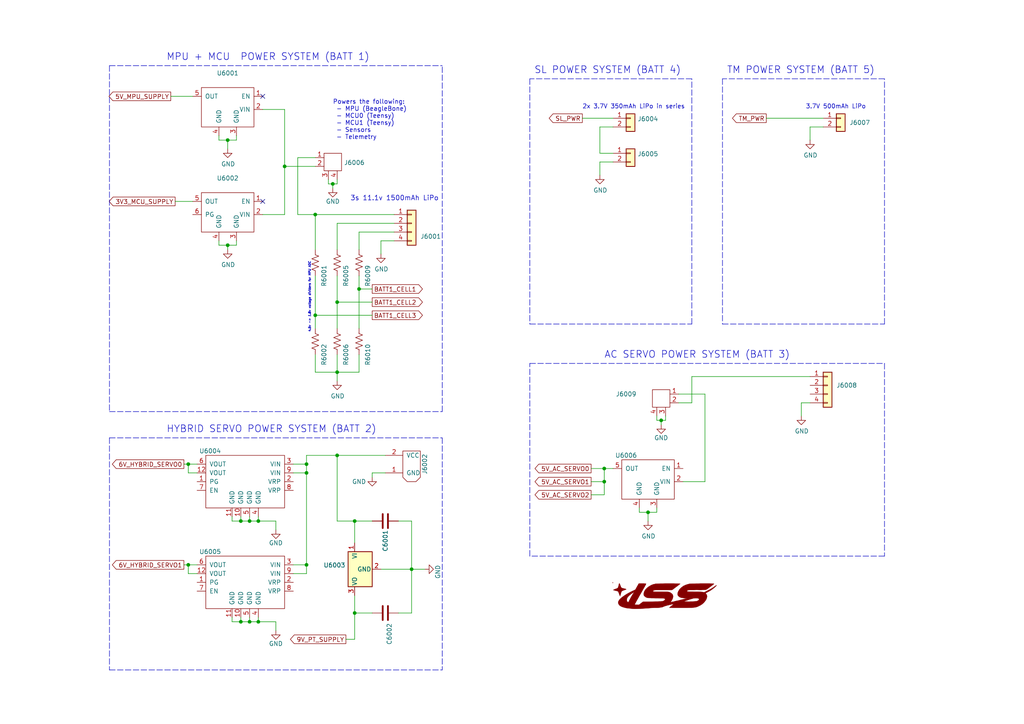
<source format=kicad_sch>
(kicad_sch (version 20211123) (generator eeschema)
  (paper "A4")
  (title_block (title "TARS-MK1") (company "ILLINOIS SPACE SOCIETY"))
  (lib_symbols
    (symbol "505575-0271:505575-0271" (pin_names (offset 1.016))
      (property "Reference" "J" (at 0 3.81 0))
      (property "Value" "505575-0271" (at 0 1.27 0))
      (symbol "505575-0271_0_1"
        (rectangle (start -2.54 0) (end 2.54 -5.08))
      )
      (symbol "505575-0271_1_1"
        (pin input line (at -5.08 -1.27 0) (length 2.54) (name "~") (number "1"))
        (pin input line (at -5.08 -3.81 0) (length 2.54) (name "~") (number "2"))
        (pin input line (at -1.27 -7.62 90) (length 2.54) (name "~") (number "3"))
        (pin input line (at 1.27 -7.62 90) (length 2.54) (name "~") (number "4"))
      )
    )
    (symbol "Connector_Generic:Conn_01x02" (pin_names (offset 1.016) hide)
      (property "Reference" "J" (at 0 2.54 0))
      (property "Value" "Conn_01x02" (at 0 -5.08 0))
      (symbol "Conn_01x02_1_1"
        (rectangle (start -1.27 -2.413) (end 0 -2.667) (stroke (width 0.1524)))
        (rectangle (start -1.27 0.127) (end 0 -0.127) (stroke (width 0.1524)))
        (rectangle (start -1.27 1.27) (end 1.27 -3.81) (stroke (width 0.254)) (fill (type background)))
        (pin passive line (at -5.08 0 0) (length 3.81) (name "Pin_1") (number "1"))
        (pin passive line (at -5.08 -2.54 0) (length 3.81) (name "Pin_2") (number "2"))
      )
    )
    (symbol "Connector_Generic:Conn_01x04" (pin_names (offset 1.016) hide)
      (property "Reference" "J" (at 0 5.08 0))
      (property "Value" "Conn_01x04" (at 0 -7.62 0))
      (symbol "Conn_01x04_1_1"
        (rectangle (start -1.27 -4.953) (end 0 -5.207) (stroke (width 0.1524)))
        (rectangle (start -1.27 -2.413) (end 0 -2.667) (stroke (width 0.1524)))
        (rectangle (start -1.27 0.127) (end 0 -0.127) (stroke (width 0.1524)))
        (rectangle (start -1.27 2.667) (end 0 2.413) (stroke (width 0.1524)))
        (rectangle (start -1.27 3.81) (end 1.27 -6.35) (stroke (width 0.254)) (fill (type background)))
        (pin passive line (at -5.08 2.54 0) (length 3.81) (name "Pin_1") (number "1"))
        (pin passive line (at -5.08 0 0) (length 3.81) (name "Pin_2") (number "2"))
        (pin passive line (at -5.08 -2.54 0) (length 3.81) (name "Pin_3") (number "3"))
        (pin passive line (at -5.08 -5.08 0) (length 3.81) (name "Pin_4") (number "4"))
      )
    )
    (symbol "D24V50F5:C" (pin_numbers hide) (pin_names (offset 0.254))
      (property "Reference" "C" (at 0.635 2.54 0))
      (property "Value" "C" (at 0.635 -2.54 0))
      (symbol "C_0_1"
        (polyline (pts (xy -2.032 -0.762) (xy 2.032 -0.762)) (stroke (width 0.508)))
        (polyline (pts (xy -2.032 0.762) (xy 2.032 0.762)) (stroke (width 0.508)))
      )
      (symbol "C_1_1"
        (pin passive line (at 0 3.81 270) (length 2.794) (name "~") (number "1"))
        (pin passive line (at 0 -3.81 90) (length 2.794) (name "~") (number "2"))
      )
    )
    (symbol "D24V50F5:D24V50F5" (pin_names (offset 1.016))
      (property "Reference" "U" (at 0 2.54 0))
      (property "Value" "D24V50F5" (at 0 0 0))
      (property "Footprint" "D24V50F5:D24V50F5" (at 0 6.35 0))
      (symbol "D24V50F5_0_1"
        (rectangle (start -7.62 -1.27) (end 7.62 -12.7))
      )
      (symbol "D24V50F5_1_1"
        (pin input line (at -10.16 -3.81 0) (length 2.54) (name "EN") (number "1"))
        (pin input line (at -10.16 -7.62 0) (length 2.54) (name "VIN") (number "2"))
        (pin input line (at -2.54 -15.24 90) (length 2.54) (name "GND") (number "3"))
        (pin input line (at 2.54 -15.24 90) (length 2.54) (name "GND") (number "4"))
        (pin input line (at 10.16 -3.81 180) (length 2.54) (name "OUT") (number "5"))
      )
    )
    (symbol "D24V50F5:R_US" (pin_numbers hide) (pin_names (offset 0))
      (property "Reference" "R" (at 2.54 0 90))
      (property "Value" "R_US" (at -2.54 0 90))
      (symbol "R_US_0_1"
        (polyline (pts (xy 0 -2.286) (xy 0 -2.54)))
        (polyline (pts (xy 0 2.286) (xy 0 2.54)))
        (polyline (pts (xy 0 -0.762) (xy 1.016 -1.143) (xy 0 -1.524) (xy -1.016 -1.905) (xy 0 -2.286)))
        (polyline (pts (xy 0 0.762) (xy 1.016 0.381) (xy 0 0) (xy -1.016 -0.381) (xy 0 -0.762)))
        (polyline (pts (xy 0 2.286) (xy 1.016 1.905) (xy 0 1.524) (xy -1.016 1.143) (xy 0 0.762)))
      )
      (symbol "R_US_1_1"
        (pin passive line (at 0 3.81 270) (length 1.27) (name "~") (number "1"))
        (pin passive line (at 0 -3.81 90) (length 1.27) (name "~") (number "2"))
      )
    )
    (symbol "D36V28F3:D36V28F3" (pin_names (offset 1.016))
      (property "Reference" "U" (at -6.35 1.27 0))
      (property "Value" "D36V28F3" (at 2.54 1.27 0))
      (symbol "D36V28F3_1_1"
        (rectangle (start -7.62 0) (end 7.62 -11.43))
        (pin input line (at -10.16 -2.54 0) (length 2.54) (name "EN") (number "1"))
        (pin input line (at -10.16 -6.35 0) (length 2.54) (name "VIN") (number "2"))
        (pin input line (at -2.54 -13.97 90) (length 2.54) (name "GND") (number "3"))
        (pin input line (at 2.54 -13.97 90) (length 2.54) (name "GND") (number "4"))
        (pin output line (at 10.16 -2.54 180) (length 2.54) (name "OUT") (number "5"))
        (pin output line (at 10.16 -6.35 180) (length 2.54) (name "PG") (number "6"))
      )
    )
    (symbol "ISS_LOGO:LOGO" (pin_names (offset 1.016))
      (symbol "LOGO_0_0"
        (polyline (pts (xy -15.2654 3.6322) (xy -15.2654 3.8354) (xy -15.2908 3.8608) (xy -15.3162 3.7338) (xy -15.3162 3.6068) (xy -15.2654 3.6322)) (stroke (width 0.0254)) (fill (type outline)))
        (polyline (pts (xy -13.081 0.2032) (xy -12.954 0.6096) (xy -12.8778 0.9144) (xy -12.7762 1.1176) (xy -12.6746 1.27) (xy -12.5476 1.3462) (xy -12.3698 1.4224) (xy -12.1158 1.524) (xy -11.7348 1.651) (xy -11.5316 1.7272) (xy -11.43 1.7526) (xy -11.43 1.778) (xy -11.5062 1.8542) (xy -11.684 1.9304) (xy -11.938 1.9812) (xy -12.2174 2.0574) (xy -12.5222 2.1082) (xy -12.7254 2.2098) (xy -12.8778 2.3368) (xy -12.9794 2.54) (xy -13.081 2.8448) (xy -13.1318 2.921) (xy -13.2334 3.2258) (xy -13.3858 3.5306) (xy -13.4112 3.5052) (xy -13.4874 3.3782) (xy -13.5382 3.1496) (xy -13.6906 2.54) (xy -13.7668 2.3114) (xy -13.8684 2.1844) (xy -13.9954 2.0828) (xy -14.1986 2.0066) (xy -14.478 1.905) (xy -14.605 1.8542) (xy -14.8844 1.7526) (xy -15.0876 1.651) (xy -15.1638 1.6002) (xy -15.1384 1.6002) (xy -15.0114 1.5494) (xy -14.7828 1.4732) (xy -14.4526 1.397) (xy -13.7668 1.2192) (xy -13.5636 0.762) (xy -13.4874 0.5588) (xy -13.3858 0.2794) (xy -13.2842 0.0508) (xy -13.1826 -0.2032) (xy -13.081 0.2032)) (stroke (width 0.0254)) (fill (type outline)))
        (polyline (pts (xy -8.0264 -3.8354) (xy -7.3152 -3.81) (xy -6.5786 -3.7846) (xy -5.8166 -3.7338) (xy -5.1054 -3.683) (xy -4.826 -3.6576) (xy -4.2418 -3.6068) (xy -3.6322 -3.5814) (xy -3.0988 -3.556) (xy -2.3368 -3.556) (xy -1.5494 -3.4798) (xy -0.889 -3.3528) (xy -0.3556 -3.1242) (xy -0.1778 -3.0734) (xy 0.127 -2.9718) (xy 0.508 -2.8702) (xy 0.9398 -2.7686) (xy 0.9906 -2.7432) (xy 1.5494 -2.6162) (xy 2.1844 -2.4892) (xy 2.3114 -2.4892) (xy 2.3114 -2.54) (xy 2.2352 -2.6162) (xy 2.0574 -2.7686) (xy 1.778 -2.9464) (xy 1.5748 -3.1242) (xy 1.3208 -3.3274) (xy 1.1684 -3.4544) (xy 1.1176 -3.5306) (xy 1.6256 -3.5306) (xy 2.0574 -3.556) (xy 6.2738 -3.556) (xy 6.9342 -3.5306) (xy 7.4676 -3.5306) (xy 7.9248 -3.5052) (xy 8.2804 -3.4798) (xy 8.5852 -3.429) (xy 8.8392 -3.3782) (xy 9.0678 -3.302) (xy 9.3218 -3.2258) (xy 9.5504 -3.0988) (xy 9.8298 -2.9718) (xy 10.0076 -2.8956) (xy 10.5664 -2.54) (xy 11.049 -2.1336) (xy 11.43 -1.6764) (xy 11.7602 -1.2192) (xy 11.938 -0.762) (xy 12.0396 -0.3302) (xy 11.9888 0.0762) (xy 11.811 0.4064) (xy 11.5824 0.6858) (xy 12.1158 0.9398) (xy 12.2682 1.016) (xy 13.0556 1.4732) (xy 13.7414 1.9558) (xy 14.3256 2.4384) (xy 14.605 2.7178) (xy 14.7574 2.8956) (xy 14.8082 2.9718) (xy 14.7828 2.9718) (xy 14.6558 2.8956) (xy 14.4272 2.7686) (xy 14.1478 2.5654) (xy 14.097 2.5146) (xy 13.7414 2.286) (xy 13.3096 2.0066) (xy 12.827 1.7272) (xy 12.3444 1.4986) (xy 11.2014 0.9144) (xy 10.7188 1.016) (xy 10.6172 1.016) (xy 10.3378 1.0414) (xy 9.906 1.0668) (xy 9.398 1.0922) (xy 8.2296 1.0922) (xy 7.8994 1.1176) (xy 6.9088 1.1176) (xy 6.5532 1.143) (xy 6.3246 1.143) (xy 6.223 1.1684) (xy 6.223 1.27) (xy 6.2992 1.4224) (xy 6.3754 1.4986) (xy 6.4516 1.5494) (xy 6.5532 1.5748) (xy 6.7056 1.5748) (xy 6.9596 1.6002) (xy 8.3312 1.6002) (xy 9.0678 1.6256) (xy 9.7536 1.6002) (xy 10.3378 1.6002) (xy 10.8204 1.6256) (xy 11.2014 1.6256) (xy 11.4808 1.651) (xy 11.7348 1.7018) (xy 11.938 1.778) (xy 12.1158 1.905) (xy 12.319 2.032) (xy 12.573 2.2352) (xy 13.081 2.6162) (xy 13.4112 2.8702) (xy 13.6652 3.048) (xy 13.8176 3.175) (xy 13.843 3.2004) (xy 13.9954 3.3274) (xy 14.0462 3.4036) (xy 14.0462 3.429) (xy 13.8938 3.429) (xy 13.6144 3.4544) (xy 13.208 3.4544) (xy 12.7254 3.4798) (xy 10.16 3.4798) (xy 9.4996 3.4544) (xy 8.8646 3.4544) (xy 8.255 3.429) (xy 7.747 3.429) (xy 7.3152 3.4036) (xy 6.985 3.3782) (xy 6.8072 3.3528) (xy 5.9944 3.1242) (xy 5.207 2.7686) (xy 4.572 2.3114) (xy 4.0386 1.778) (xy 3.683 1.1684) (xy 3.5306 0.762) (xy 3.4798 0.381) (xy 3.556 0.0762) (xy 3.7338 -0.1778) (xy 4.0132 -0.4064) (xy 4.3688 -0.5842) (xy 4.826 -0.6858) (xy 5.461 -0.762) (xy 6.2992 -0.8128) (xy 5.588 -0.9906) (xy 5.4102 -1.0414) (xy 5.08 -1.1176) (xy 4.6482 -1.2192) (xy 4.1656 -1.3462) (xy 3.6576 -1.4732) (xy 3.1496 -1.5748) (xy 2.6416 -1.7018) (xy 2.54 -1.7272) (xy 5.334 -1.7272) (xy 5.3594 -1.6764) (xy 5.461 -1.651) (xy 6.0706 -1.4478) (xy 6.7056 -1.2446) (xy 7.1882 -1.0668) (xy 7.5946 -0.9652) (xy 7.9248 -0.8636) (xy 8.1534 -0.8128) (xy 8.382 -0.7874) (xy 8.5598 -0.762) (xy 9.0678 -0.762) (xy 9.4488 -0.8128) (xy 9.652 -0.9398) (xy 9.7282 -1.0922) (xy 9.7028 -1.1938) (xy 9.5504 -1.397) (xy 9.2456 -1.5748) (xy 8.89 -1.6764) (xy 8.8646 -1.6764) (xy 8.6614 -1.7018) (xy 8.3058 -1.7272) (xy 7.8486 -1.7526) (xy 7.3406 -1.7526) (xy 6.7818 -1.778) (xy 6.223 -1.7526) (xy 5.5372 -1.7526) (xy 5.3848 -1.7272) (xy 5.334 -1.7272) (xy 2.54 -1.7272) (xy 2.2098 -1.8034) (xy 1.8542 -1.8796) (xy 1.6256 -1.9304) (xy 1.4986 -1.9304) (xy 1.4986 -1.905) (xy 1.6002 -1.7272) (xy 1.7272 -1.524) (xy 1.9304 -1.1684) (xy 2.1336 -0.6604) (xy 2.1844 -0.2032) (xy 2.0828 0.2286) (xy 1.8034 0.5588) (xy 1.397 0.8382) (xy 1.3208 0.889) (xy 1.0668 0.9906) (xy 0.9144 1.016) (xy 0.6858 1.0414) (xy 0.4064 1.0668) (xy -0.4826 1.0668) (xy -1.143 1.0922) (xy -3.048 1.0922) (xy -3.3274 1.1176) (xy -3.4544 1.1176) (xy -3.6068 1.143) (xy -3.6322 1.27) (xy -3.5052 1.4478) (xy -3.4544 1.4986) (xy -3.3782 1.524) (xy -3.2766 1.5494) (xy -3.0988 1.5748) (xy -2.8702 1.6002) (xy 1.8796 1.6002) (xy 2.54 2.0828) (xy 2.6162 2.159) (xy 3.3782 2.7178) (xy 3.7084 2.9718) (xy 3.7592 2.9972) (xy 3.9878 3.2004) (xy 4.1656 3.3274) (xy 4.2164 3.4036) (xy 4.2164 3.429) (xy 4.0894 3.429) (xy 3.81 3.4544) (xy 2.8956 3.4544) (xy 2.286 3.4798) (xy -0.1016 3.4798) (xy -0.889 3.4544) (xy -1.5494 3.4544) (xy -2.0828 3.429) (xy -2.54 3.4036) (xy -2.921 3.3782) (xy -3.2512 3.302) (xy -3.5052 3.2512) (xy -3.7846 3.1496) (xy -4.0386 3.048) (xy -4.3434 2.8956) (xy -4.9784 2.5146) (xy -5.4864 2.0828) (xy -5.9182 1.6002) (xy -6.1976 1.0922) (xy -6.3246 0.5588) (xy -6.3246 0.2794) (xy -6.2484 -0.0254) (xy -6.0198 -0.2794) (xy -5.6388 -0.5334) (xy -5.5626 -0.5588) (xy -5.3086 -0.6604) (xy -5.1308 -0.6858) (xy -4.8768 -0.7112) (xy -4.5466 -0.7112) (xy -4.1148 -0.7366) (xy -3.5306 -0.7366) (xy -2.8194 -0.762) (xy -2.159 -0.762) (xy -1.5748 -0.7874) (xy -1.1176 -0.7874) (xy -0.762 -0.8128) (xy -0.5334 -0.8382) (xy -0.381 -0.8636) (xy -0.2794 -0.889) (xy -0.2032 -0.9398) (xy -0.1778 -0.9652) (xy -0.127 -1.0922) (xy -0.1778 -1.2446) (xy -0.381 -1.4478) (xy -0.5842 -1.5748) (xy -0.6604 -1.6002) (xy -0.762 -1.651) (xy -0.9144 -1.6764) (xy -1.143 -1.7018) (xy -1.4224 -1.7272) (xy -1.8034 -1.7272) (xy -2.3114 -1.7526) (xy -2.9464 -1.7526) (xy -3.7338 -1.778) (xy -6.5532 -1.8288) (xy -7.1374 -2.2606) (xy -7.7216 -2.7178) (xy -8.3058 -2.6924) (xy -8.6106 -2.667) (xy -8.8392 -2.6416) (xy -8.9408 -2.6162) (xy -8.9408 -2.5908) (xy -8.9154 -2.5146) (xy -8.8646 -2.413) (xy -8.763 -2.2352) (xy -8.636 -1.9812) (xy -8.4582 -1.651) (xy -8.2296 -1.2446) (xy -7.9248 -0.7112) (xy -7.5946 -0.1016) (xy -7.1628 0.635) (xy -6.6802 1.4986) (xy -6.096 2.5146) (xy -5.9182 2.8448) (xy -5.7658 3.1242) (xy -5.6896 3.3274) (xy -5.6642 3.429) (xy -5.7658 3.4544) (xy -5.9944 3.4544) (xy -6.3246 3.4798) (xy -7.747 3.4798) (xy -8.255 2.5908) (xy -8.763 1.6764) (xy -9.9568 1.1176) (xy -10.541 0.8128) (xy -11.3284 0.381) (xy -12.0142 -0.0762) (xy -12.6238 -0.508) (xy -13.081 -0.9144) (xy -13.3858 -1.2446) (xy -11.2522 -1.2446) (xy -11.2268 -1.016) (xy -11.0998 -0.635) (xy -10.795 -0.254) (xy -10.3632 0.1524) (xy -9.779 0.5842) (xy -9.6266 0.6858) (xy -9.3726 0.8636) (xy -9.2202 0.9144) (xy -9.1694 0.9144) (xy -9.3218 0.6604) (xy -9.4742 0.4318) (xy -9.6774 0.1016) (xy -9.8806 -0.254) (xy -10.0584 -0.5588) (xy -10.2616 -0.9652) (xy -10.4648 -1.3208) (xy -10.5918 -1.6002) (xy -10.8458 -2.032) (xy -11.1252 -1.7526) (xy -11.2268 -1.524) (xy -11.2522 -1.2446) (xy -13.3858 -1.2446) (xy -13.4366 -1.2954) (xy -13.6398 -1.651) (xy -13.6906 -1.778) (xy -13.716 -2.2098) (xy -13.589 -2.5654) (xy -13.3096 -2.8956) (xy -12.8778 -3.175) (xy -12.2682 -3.4036) (xy -11.5062 -3.6068) (xy -10.5664 -3.7338) (xy -9.4742 -3.8354) (xy -9.144 -3.8608) (xy -8.636 -3.8608) (xy -8.0264 -3.8354)) (stroke (width 0.0254)) (fill (type outline)))
      )
    )
    (symbol "Regulator_Linear:LM7809_TO220" (pin_names (offset 0.254))
      (property "Reference" "U" (at -3.81 3.175 0))
      (property "Value" "LM7809_TO220" (at 0 3.175 0))
      (symbol "LM7809_TO220_0_1"
        (rectangle (start -5.08 1.905) (end 5.08 -5.08) (stroke (width 0.254)) (fill (type background)))
      )
      (symbol "LM7809_TO220_1_1"
        (pin power_in line (at -7.62 0 0) (length 2.54) (name "VI") (number "1"))
        (pin power_in line (at 0 -7.62 90) (length 2.54) (name "GND") (number "2"))
        (pin power_out line (at 7.62 0 180) (length 2.54) (name "VO") (number "3"))
      )
    )
    (symbol "TARS-MK1-rescue:D36V50F6-D36V50F6" (pin_names (offset 1.016))
      (property "Reference" "U" (at 0 2.54 0))
      (property "Value" "D36V50F6-D36V50F6" (at 0 0 0))
      (symbol "D36V50F6-D36V50F6_0_1"
        (rectangle (start -11.43 -1.27) (end 11.43 -16.51))
      )
      (symbol "D36V50F6-D36V50F6_1_1"
        (pin output line (at 13.97 -8.89 180) (length 2.54) (name "PG") (number "1"))
        (pin input line (at 1.27 -19.05 90) (length 2.54) (name "GND") (number "10"))
        (pin input line (at 3.81 -19.05 90) (length 2.54) (name "GND") (number "11"))
        (pin output line (at 13.97 -6.35 180) (length 2.54) (name "VOUT") (number "12"))
        (pin output line (at -13.97 -8.89 0) (length 2.54) (name "VRP") (number "2"))
        (pin input line (at -13.97 -3.81 0) (length 2.54) (name "VIN") (number "3"))
        (pin input line (at -3.81 -19.05 90) (length 2.54) (name "GND") (number "4"))
        (pin input line (at -1.27 -19.05 90) (length 2.54) (name "GND") (number "5"))
        (pin output line (at 13.97 -3.81 180) (length 2.54) (name "VOUT") (number "6"))
        (pin input line (at 13.97 -11.43 180) (length 2.54) (name "EN") (number "7"))
        (pin output line (at -13.97 -11.43 0) (length 2.54) (name "VRP") (number "8"))
        (pin input line (at -13.97 -6.35 0) (length 2.54) (name "VIN") (number "9"))
      )
    )
    (symbol "XT60:XT60" (pin_names (offset 1.016))
      (property "Reference" "J" (at 0 6.35 0))
      (property "Value" "XT60" (at 0 -5.08 0))
      (symbol "XT60_0_1"
        (polyline (pts (xy -2.54 -3.81) (xy -2.54 3.81) (xy -1.27 5.08) (xy 1.27 5.08) (xy 2.54 3.81) (xy 2.54 -3.81) (xy -2.54 -3.81)))
      )
      (symbol "XT60_1_1"
        (pin power_in line (at -7.62 2.54 0) (length 5.08) (name "GND") (number "1"))
        (pin power_in line (at -7.62 -2.54 0) (length 5.08) (name "VCC") (number "2"))
      )
    )
    (symbol "power:GND" (power) (pin_names (offset 0))
      (property "Value" "GND" (at 0 -3.81 0))
      (symbol "GND_0_1"
        (polyline (pts (xy 0 0) (xy 0 -1.27) (xy 1.27 -1.27) (xy 0 -2.54) (xy -1.27 -1.27) (xy 0 -1.27)))
      )
      (symbol "GND_1_1"
        (pin power_in line (at 0 0 270) (length 0) hide (name "GND") (number "1"))
      )
    )
  )
  (junction (at 72.39 180.34))
  (junction (at 54.61 134.62))
  (junction (at 88.9 137.16))
  (junction (at 74.93 151.13))
  (junction (at 187.96 148.59))
  (junction (at 88.9 163.83))
  (junction (at 91.44 91.44))
  (junction (at 74.93 180.34))
  (junction (at 97.79 132.08))
  (junction (at 66.04 40.64))
  (junction (at 102.87 151.13))
  (junction (at 175.26 135.89))
  (junction (at 191.77 121.92))
  (junction (at 97.79 107.95))
  (junction (at 119.38 165.1))
  (junction (at 88.9 134.62))
  (junction (at 66.04 71.12))
  (junction (at 102.87 177.8))
  (junction (at 97.79 87.63))
  (junction (at 96.52 53.34))
  (junction (at 72.39 151.13))
  (junction (at 104.14 83.82))
  (junction (at 69.85 151.13))
  (junction (at 175.26 139.7))
  (junction (at 69.85 180.34))
  (junction (at 82.55 48.26))
  (junction (at 91.44 62.23))
  (junction (at 54.61 163.83))
  (no_connect (at 76.2 27.94))
  (no_connect (at 76.2 58.42))
  (wire (pts (xy 74.93 179.07) (xy 74.93 180.34)))
  (wire (pts (xy 76.2 62.23) (xy 82.55 62.23)))
  (wire (pts (xy 91.44 91.44) (xy 91.44 80.01)))
  (wire (pts (xy 177.8 36.83) (xy 173.99 36.83)))
  (wire (pts (xy 82.55 31.75) (xy 82.55 48.26)))
  (wire (pts (xy 173.99 44.45) (xy 177.8 44.45)))
  (wire (pts (xy 57.15 166.37) (xy 54.61 166.37)))
  (wire (pts (xy 119.38 165.1) (xy 123.19 165.1)))
  (wire (pts (xy 190.5 121.92) (xy 191.77 121.92)))
  (polyline (pts (xy 256.54 161.29) (xy 153.67 161.29)))
  (wire (pts (xy 175.26 135.89) (xy 171.45 135.89)))
  (wire (pts (xy 85.09 134.62) (xy 88.9 134.62)))
  (wire (pts (xy 232.41 116.84) (xy 234.95 116.84)))
  (wire (pts (xy 97.79 107.95) (xy 104.14 107.95)))
  (wire (pts (xy 104.14 107.95) (xy 104.14 102.87)))
  (wire (pts (xy 97.79 87.63) (xy 107.95 87.63)))
  (wire (pts (xy 63.5 40.64) (xy 66.04 40.64)))
  (wire (pts (xy 54.61 166.37) (xy 54.61 163.83)))
  (wire (pts (xy 72.39 151.13) (xy 74.93 151.13)))
  (wire (pts (xy 193.04 121.92) (xy 193.04 120.65)))
  (polyline (pts (xy 153.67 105.41) (xy 256.54 105.41)))
  (wire (pts (xy 175.26 139.7) (xy 175.26 135.89)))
  (wire (pts (xy 190.5 120.65) (xy 190.5 121.92)))
  (wire (pts (xy 50.8 58.42) (xy 55.88 58.42)))
  (wire (pts (xy 66.04 71.12) (xy 66.04 72.39)))
  (wire (pts (xy 104.14 67.31) (xy 114.3 67.31)))
  (polyline (pts (xy 31.75 194.31) (xy 128.27 194.31)))
  (wire (pts (xy 85.09 137.16) (xy 88.9 137.16)))
  (wire (pts (xy 107.95 137.16) (xy 107.95 138.43)))
  (wire (pts (xy 171.45 139.7) (xy 175.26 139.7)))
  (polyline (pts (xy 256.54 22.86) (xy 209.55 22.86)))
  (wire (pts (xy 104.14 80.01) (xy 104.14 83.82)))
  (wire (pts (xy 102.87 157.48) (xy 102.87 151.13)))
  (wire (pts (xy 119.38 177.8) (xy 119.38 165.1)))
  (wire (pts (xy 114.3 69.85) (xy 110.49 69.85)))
  (polyline (pts (xy 31.75 127) (xy 128.27 127)))
  (wire (pts (xy 102.87 185.42) (xy 102.87 177.8)))
  (wire (pts (xy 97.79 107.95) (xy 97.79 110.49)))
  (wire (pts (xy 110.49 69.85) (xy 110.49 73.66)))
  (wire (pts (xy 115.57 177.8) (xy 119.38 177.8)))
  (wire (pts (xy 97.79 151.13) (xy 97.79 132.08)))
  (wire (pts (xy 97.79 64.77) (xy 114.3 64.77)))
  (wire (pts (xy 104.14 83.82) (xy 107.95 83.82)))
  (wire (pts (xy 72.39 179.07) (xy 72.39 180.34)))
  (wire (pts (xy 200.66 109.22) (xy 200.66 116.84)))
  (wire (pts (xy 69.85 180.34) (xy 72.39 180.34)))
  (wire (pts (xy 88.9 132.08) (xy 88.9 134.62)))
  (wire (pts (xy 173.99 50.8) (xy 173.99 46.99)))
  (polyline (pts (xy 256.54 93.98) (xy 256.54 22.86)))
  (wire (pts (xy 110.49 165.1) (xy 119.38 165.1)))
  (wire (pts (xy 85.09 166.37) (xy 88.9 166.37)))
  (wire (pts (xy 63.5 39.37) (xy 63.5 40.64)))
  (wire (pts (xy 74.93 180.34) (xy 80.01 180.34)))
  (wire (pts (xy 200.66 116.84) (xy 196.85 116.84)))
  (wire (pts (xy 63.5 69.85) (xy 63.5 71.12)))
  (wire (pts (xy 54.61 163.83) (xy 57.15 163.83)))
  (wire (pts (xy 238.76 36.83) (xy 234.95 36.83)))
  (wire (pts (xy 57.15 137.16) (xy 54.61 137.16)))
  (wire (pts (xy 88.9 134.62) (xy 88.9 137.16)))
  (wire (pts (xy 91.44 107.95) (xy 97.79 107.95)))
  (wire (pts (xy 86.36 62.23) (xy 86.36 45.72)))
  (wire (pts (xy 63.5 71.12) (xy 66.04 71.12)))
  (wire (pts (xy 97.79 53.34) (xy 97.79 52.07)))
  (wire (pts (xy 119.38 151.13) (xy 119.38 165.1)))
  (wire (pts (xy 54.61 134.62) (xy 53.34 134.62)))
  (wire (pts (xy 68.58 39.37) (xy 68.58 40.64)))
  (wire (pts (xy 67.31 149.86) (xy 67.31 151.13)))
  (wire (pts (xy 74.93 149.86) (xy 74.93 151.13)))
  (polyline (pts (xy 153.67 22.86) (xy 153.67 93.98)))
  (wire (pts (xy 204.47 114.3) (xy 196.85 114.3)))
  (wire (pts (xy 80.01 151.13) (xy 80.01 153.67)))
  (wire (pts (xy 97.79 132.08) (xy 111.76 132.08)))
  (wire (pts (xy 54.61 137.16) (xy 54.61 134.62)))
  (wire (pts (xy 222.25 34.29) (xy 238.76 34.29)))
  (wire (pts (xy 88.9 166.37) (xy 88.9 163.83)))
  (wire (pts (xy 115.57 151.13) (xy 119.38 151.13)))
  (wire (pts (xy 204.47 114.3) (xy 204.47 139.7)))
  (wire (pts (xy 175.26 143.51) (xy 171.45 143.51)))
  (wire (pts (xy 191.77 121.92) (xy 191.77 123.19)))
  (wire (pts (xy 102.87 151.13) (xy 97.79 151.13)))
  (polyline (pts (xy 256.54 105.41) (xy 256.54 161.29)))
  (wire (pts (xy 69.85 149.86) (xy 69.85 151.13)))
  (polyline (pts (xy 153.67 161.29) (xy 153.67 105.41)))
  (wire (pts (xy 95.25 52.07) (xy 95.25 53.34)))
  (wire (pts (xy 91.44 72.39) (xy 91.44 62.23)))
  (wire (pts (xy 185.42 147.32) (xy 185.42 148.59)))
  (wire (pts (xy 68.58 71.12) (xy 66.04 71.12)))
  (wire (pts (xy 175.26 139.7) (xy 175.26 143.51)))
  (wire (pts (xy 91.44 48.26) (xy 82.55 48.26)))
  (wire (pts (xy 104.14 72.39) (xy 104.14 67.31)))
  (wire (pts (xy 100.33 185.42) (xy 102.87 185.42)))
  (polyline (pts (xy 200.66 93.98) (xy 200.66 22.86)))
  (wire (pts (xy 85.09 163.83) (xy 88.9 163.83)))
  (wire (pts (xy 177.8 135.89) (xy 175.26 135.89)))
  (wire (pts (xy 53.34 163.83) (xy 54.61 163.83)))
  (wire (pts (xy 107.95 151.13) (xy 102.87 151.13)))
  (polyline (pts (xy 31.75 127) (xy 31.75 194.31)))
  (wire (pts (xy 67.31 180.34) (xy 69.85 180.34)))
  (polyline (pts (xy 128.27 119.38) (xy 128.27 19.05)))
  (wire (pts (xy 234.95 40.64) (xy 234.95 36.83)))
  (wire (pts (xy 102.87 177.8) (xy 102.87 172.72)))
  (wire (pts (xy 96.52 53.34) (xy 97.79 53.34)))
  (wire (pts (xy 191.77 121.92) (xy 193.04 121.92)))
  (wire (pts (xy 68.58 69.85) (xy 68.58 71.12)))
  (wire (pts (xy 232.41 120.65) (xy 232.41 116.84)))
  (polyline (pts (xy 128.27 127) (xy 128.27 194.31)))
  (wire (pts (xy 55.88 27.94) (xy 49.53 27.94)))
  (wire (pts (xy 177.8 46.99) (xy 173.99 46.99)))
  (polyline (pts (xy 200.66 22.86) (xy 153.67 22.86)))
  (wire (pts (xy 104.14 95.25) (xy 104.14 83.82)))
  (wire (pts (xy 82.55 48.26) (xy 82.55 62.23)))
  (wire (pts (xy 91.44 95.25) (xy 91.44 91.44)))
  (polyline (pts (xy 31.75 19.05) (xy 31.75 119.38)))
  (wire (pts (xy 111.76 137.16) (xy 107.95 137.16)))
  (wire (pts (xy 97.79 102.87) (xy 97.79 107.95)))
  (wire (pts (xy 190.5 148.59) (xy 187.96 148.59)))
  (wire (pts (xy 107.95 91.44) (xy 91.44 91.44)))
  (wire (pts (xy 68.58 40.64) (xy 66.04 40.64)))
  (wire (pts (xy 91.44 107.95) (xy 91.44 102.87)))
  (wire (pts (xy 69.85 179.07) (xy 69.85 180.34)))
  (wire (pts (xy 66.04 40.64) (xy 66.04 43.18)))
  (wire (pts (xy 200.66 109.22) (xy 234.95 109.22)))
  (wire (pts (xy 97.79 80.01) (xy 97.79 87.63)))
  (wire (pts (xy 57.15 134.62) (xy 54.61 134.62)))
  (wire (pts (xy 69.85 151.13) (xy 72.39 151.13)))
  (wire (pts (xy 187.96 148.59) (xy 187.96 151.13)))
  (wire (pts (xy 107.95 177.8) (xy 102.87 177.8)))
  (wire (pts (xy 190.5 147.32) (xy 190.5 148.59)))
  (wire (pts (xy 96.52 53.34) (xy 96.52 54.61)))
  (wire (pts (xy 72.39 180.34) (xy 74.93 180.34)))
  (wire (pts (xy 97.79 72.39) (xy 97.79 64.77)))
  (wire (pts (xy 74.93 151.13) (xy 80.01 151.13)))
  (wire (pts (xy 173.99 44.45) (xy 173.99 36.83)))
  (wire (pts (xy 97.79 95.25) (xy 97.79 87.63)))
  (wire (pts (xy 91.44 62.23) (xy 114.3 62.23)))
  (wire (pts (xy 95.25 53.34) (xy 96.52 53.34)))
  (wire (pts (xy 88.9 132.08) (xy 97.79 132.08)))
  (polyline (pts (xy 209.55 93.98) (xy 256.54 93.98)))
  (wire (pts (xy 204.47 139.7) (xy 198.12 139.7)))
  (polyline (pts (xy 153.67 93.98) (xy 200.66 93.98)))
  (wire (pts (xy 80.01 180.34) (xy 80.01 182.88)))
  (polyline (pts (xy 209.55 22.86) (xy 209.55 93.98)))
  (polyline (pts (xy 31.75 19.05) (xy 128.27 19.05)))
  (wire (pts (xy 168.91 34.29) (xy 177.8 34.29)))
  (wire (pts (xy 88.9 137.16) (xy 88.9 163.83)))
  (wire (pts (xy 76.2 31.75) (xy 82.55 31.75)))
  (wire (pts (xy 67.31 179.07) (xy 67.31 180.34)))
  (wire (pts (xy 86.36 45.72) (xy 91.44 45.72)))
  (wire (pts (xy 67.31 151.13) (xy 69.85 151.13)))
  (wire (pts (xy 185.42 148.59) (xy 187.96 148.59)))
  (wire (pts (xy 86.36 62.23) (xy 91.44 62.23)))
  (wire (pts (xy 72.39 149.86) (xy 72.39 151.13)))
  (polyline (pts (xy 31.75 119.38) (xy 128.27 119.38)))
  (text "SL POWER SYSTEM (BATT 4)" (at 154.94 21.59 0) (effects (font (size 2.0066 2.0066)) (justify left bottom)))
  (text "AC SERVO POWER SYSTEM (BATT 3)" (at 175.26 104.14 0) (effects (font (size 2.0066 2.0066)) (justify left bottom)))
  (text "HYBRID SERVO POWER SYSTEM (BATT 2)" (at 48.26 125.73 0) (effects (font (size 2.0066 2.0066)) (justify left bottom)))
  (text "3.7V 500mAh LiPo" (at 233.68 31.75 0) (effects (font (size 1.2446 1.2446)) (justify left bottom)))
  (text "Powers the following:\n - MPU (BeagleBone)\n - MCU0 (Teensy)\n - MCU1 (Teensy)\n - Sensors\n - Telemetry" (at 96.52 40.64 0) (effects (font (size 1.27 1.27)) (justify left bottom)))
  (text "4.5v -> 1.8v voltage dividers for MPU ADC" (at 90.17 96.52 90) (effects (font (size 0.6096 0.6096) italic) (justify left bottom)))
  (text "2x 3.7V 350mAh LiPo in series" (at 168.91 31.75 0) (effects (font (size 1.2446 1.2446)) (justify left bottom)))
  (text "MPU + MCU  POWER SYSTEM (BATT 1)" (at 48.26 17.78 0) (effects (font (size 2.0066 2.0066)) (justify left bottom)))
  (text "3s 11.1v 1500mAh LiPo" (at 101.6 58.42 0) (effects (font (size 1.397 1.397)) (justify left bottom)))
  (text "TM POWER SYSTEM (BATT 5)" (at 210.82 21.59 0) (effects (font (size 2.0066 2.0066)) (justify left bottom)))
  (global_label "6V_HYBRID_SERVO1" (shape output) (at 53.34 163.83 180) (property "Intersheet References" "${INTERSHEET_REFS}" (effects hide)))
  (global_label "BATT1_CELL1" (shape output) (at 107.95 83.82 0) (property "Intersheet References" "${INTERSHEET_REFS}" (effects hide)))
  (global_label "5V_AC_SERVO1" (shape output) (at 171.45 139.7 180) (property "Intersheet References" "${INTERSHEET_REFS}" (effects hide)))
  (global_label "6V_HYBRID_SERVO0" (shape output) (at 53.34 134.62 180) (property "Intersheet References" "${INTERSHEET_REFS}" (effects hide)))
  (global_label "BATT1_CELL2" (shape output) (at 107.95 87.63 0) (property "Intersheet References" "${INTERSHEET_REFS}" (effects hide)))
  (global_label "5V_AC_SERVO0" (shape output) (at 171.45 135.89 180) (property "Intersheet References" "${INTERSHEET_REFS}" (effects hide)))
  (global_label "3V3_MCU_SUPPLY" (shape output) (at 50.8 58.42 180) (property "Intersheet References" "${INTERSHEET_REFS}" (effects hide)))
  (global_label "9V_PT_SUPPLY" (shape output) (at 100.33 185.42 180) (property "Intersheet References" "${INTERSHEET_REFS}" (effects hide)))
  (global_label "BATT1_CELL3" (shape output) (at 107.95 91.44 0) (property "Intersheet References" "${INTERSHEET_REFS}" (effects hide)))
  (global_label "5V_AC_SERVO2" (shape output) (at 171.45 143.51 180) (property "Intersheet References" "${INTERSHEET_REFS}" (effects hide)))
  (global_label "5V_MPU_SUPPLY" (shape output) (at 49.53 27.94 180) (property "Intersheet References" "${INTERSHEET_REFS}" (effects hide)))
  (global_label "TM_PWR" (shape output) (at 222.25 34.29 180) (property "Intersheet References" "${INTERSHEET_REFS}" (effects hide)))
  (global_label "SL_PWR" (shape output) (at 168.91 34.29 180) (property "Intersheet References" "${INTERSHEET_REFS}" (effects hide)))
  (symbol (lib_id "ISS_LOGO:LOGO") (at 193.04 172.72 0) (unit 1)
    (property "Reference" "#G6001" (effects hide))
  )
  (symbol (lib_id "Connector_Generic:Conn_01x04") (at 119.38 64.77 0) (unit 1)
    (property "Reference" "J6001" (at 121.92 68.58 0) (effects (justify left)))
  )
  (symbol (lib_id "D24V50F5:D24V50F5") (at 66.04 24.13 0) (mirror y) (unit 1)
    (property "Reference" "U6001" (at 66.04 21.209 0))
  )
  (symbol (lib_id "power:GND") (at 66.04 43.18 0) (unit 1)
    (property "Reference" "#PWR06001" (effects hide))
  )
  (symbol (lib_id "power:GND") (at 66.04 72.39 0) (unit 1)
    (property "Reference" "#PWR06002" (effects hide))
  )
  (symbol (lib_id "Connector_Generic:Conn_01x02") (at 182.88 44.45 0) (unit 1)
    (property "Reference" "J6005" (at 184.912 44.6532 0) (effects (justify left)))
  )
  (symbol (lib_id "Connector_Generic:Conn_01x02") (at 182.88 34.29 0) (unit 1)
    (property "Reference" "J6004" (at 184.912 34.4932 0) (effects (justify left)))
  )
  (symbol (lib_id "power:GND") (at 173.99 50.8 0) (unit 1)
    (property "Reference" "#PWR06011" (effects hide))
  )
  (symbol (lib_id "power:GND") (at 110.49 73.66 0) (unit 1)
    (property "Reference" "#PWR06008" (effects hide))
  )
  (symbol (lib_id "D24V50F5:R_US") (at 104.14 76.2 180) (unit 1)
    (property "Reference" "R6009" (at 106.68 80.01 90))
  )
  (symbol (lib_id "D24V50F5:R_US") (at 97.79 76.2 180) (unit 1)
    (property "Reference" "R6005" (at 100.33 80.01 90))
  )
  (symbol (lib_id "D24V50F5:R_US") (at 91.44 76.2 180) (unit 1)
    (property "Reference" "R6001" (at 93.98 80.01 90))
  )
  (symbol (lib_id "D36V28F3:D36V28F3") (at 66.04 55.88 0) (mirror y) (unit 1)
    (property "Reference" "U6002" (at 66.04 51.689 0))
  )
  (symbol (lib_id "TARS-MK1-rescue:D36V50F6-D36V50F6") (at 71.12 130.81 0) (mirror y) (unit 1)
    (property "Reference" "U6004" (at 60.96 130.81 0))
  )
  (symbol (lib_id "power:GND") (at 97.79 110.49 0) (unit 1)
    (property "Reference" "#PWR0107" (effects hide))
  )
  (symbol (lib_id "power:GND") (at 123.19 165.1 90) (unit 1)
    (property "Reference" "#PWR0106" (effects hide))
  )
  (symbol (lib_id "D24V50F5:C") (at 111.76 151.13 90) (unit 1)
    (property "Reference" "C6001" (at 111.76 160.02 0) (effects (justify left)))
  )
  (symbol (lib_id "D24V50F5:C") (at 111.76 177.8 270) (unit 1)
    (property "Reference" "C6002" (at 112.9284 180.721 0) (effects (justify left)))
  )
  (symbol (lib_id "505575-0271:505575-0271") (at 191.77 113.03 0) (mirror y) (unit 1)
    (property "Reference" "J6009" (at 181.61 114.3 0))
  )
  (symbol (lib_id "TARS-MK1-rescue:D36V50F6-D36V50F6") (at 71.12 160.02 0) (mirror y) (unit 1)
    (property "Reference" "U6005" (at 60.96 160.02 0))
  )
  (symbol (lib_id "power:GND") (at 191.77 123.19 0) (unit 1)
    (property "Reference" "#PWR0103" (effects hide))
  )
  (symbol (lib_id "Regulator_Linear:LM7809_TO220") (at 102.87 165.1 90) (mirror x) (unit 1)
    (property "Reference" "U6003" (at 100.203 163.9316 90) (effects (justify left)))
    (property "Datasheet" "http://www.fairchildsemi.com/ds/LM/LM7805.pdf" (effects hide))
  )
  (symbol (lib_id "505575-0271:505575-0271") (at 96.52 44.45 0) (unit 1)
    (property "Reference" "J6006" (at 99.7712 47.1678 0) (effects (justify left)))
  )
  (symbol (lib_id "power:GND") (at 96.52 54.61 0) (unit 1)
    (property "Reference" "#PWR0104" (effects hide))
  )
  (symbol (lib_id "XT60:XT60") (at 119.38 134.62 0) (mirror x) (unit 1)
    (property "Reference" "J6002" (at 123.19 134.62 90))
  )
  (symbol (lib_id "power:GND") (at 107.95 138.43 0) (unit 1)
    (property "Reference" "#PWR06007" (effects hide))
  )
  (symbol (lib_id "power:GND") (at 80.01 153.67 0) (unit 1)
    (property "Reference" "#PWR06004" (effects hide))
  )
  (symbol (lib_id "power:GND") (at 80.01 182.88 0) (unit 1)
    (property "Reference" "#PWR06005" (effects hide))
  )
  (symbol (lib_id "D24V50F5:R_US") (at 104.14 99.06 180) (unit 1)
    (property "Reference" "R6010" (at 106.68 102.87 90))
  )
  (symbol (lib_id "D24V50F5:R_US") (at 97.79 99.06 180) (unit 1)
    (property "Reference" "R6006" (at 100.33 102.87 90))
  )
  (symbol (lib_id "D24V50F5:R_US") (at 91.44 99.06 180) (unit 1)
    (property "Reference" "R6002" (at 93.98 102.87 90))
  )
  (symbol (lib_id "D24V50F5:D24V50F5") (at 187.96 132.08 0) (mirror y) (unit 1)
    (property "Reference" "U6006" (at 181.61 132.08 0))
  )
  (symbol (lib_id "power:GND") (at 187.96 151.13 0) (unit 1)
    (property "Reference" "#PWR06012" (effects hide))
  )
  (symbol (lib_id "power:GND") (at 232.41 120.65 0) (unit 1)
    (property "Reference" "#PWR06016" (effects hide))
  )
  (symbol (lib_id "Connector_Generic:Conn_01x04") (at 240.03 111.76 0) (unit 1)
    (property "Reference" "J6008" (at 242.57 111.76 0) (effects (justify left)))
  )
  (symbol (lib_id "Connector_Generic:Conn_01x02") (at 243.84 34.29 0) (unit 1)
    (property "Reference" "J6007" (at 246.38 35.56 0) (effects (justify left)))
  )
  (symbol (lib_id "power:GND") (at 234.95 40.64 0) (unit 1)
    (property "Reference" "#PWR06015" (effects hide))
  )
)
</source>
